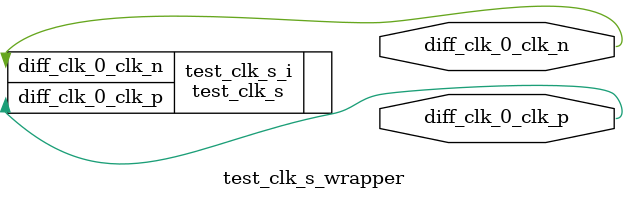
<source format=v>
`timescale 1 ps / 1 ps

module test_clk_s_wrapper
   (diff_clk_0_clk_n,
    diff_clk_0_clk_p);
  output diff_clk_0_clk_n;
  output diff_clk_0_clk_p;

  wire diff_clk_0_clk_n;
  wire diff_clk_0_clk_p;

  test_clk_s test_clk_s_i
       (.diff_clk_0_clk_n(diff_clk_0_clk_n),
        .diff_clk_0_clk_p(diff_clk_0_clk_p));
endmodule

</source>
